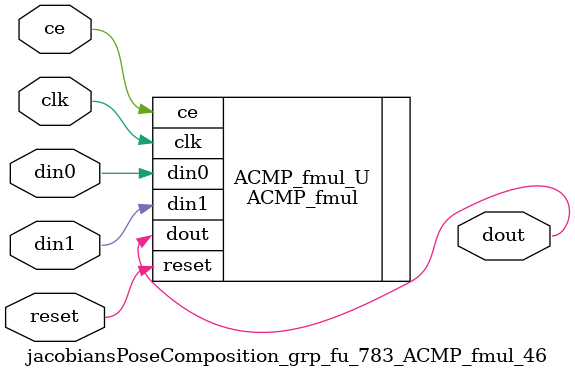
<source format=v>

`timescale 1 ns / 1 ps
module jacobiansPoseComposition_grp_fu_783_ACMP_fmul_46(
    clk,
    reset,
    ce,
    din0,
    din1,
    dout);

parameter ID = 32'd1;
parameter NUM_STAGE = 32'd1;
parameter din0_WIDTH = 32'd1;
parameter din1_WIDTH = 32'd1;
parameter dout_WIDTH = 32'd1;
input clk;
input reset;
input ce;
input[din0_WIDTH - 1:0] din0;
input[din1_WIDTH - 1:0] din1;
output[dout_WIDTH - 1:0] dout;



ACMP_fmul #(
.ID( ID ),
.NUM_STAGE( 4 ),
.din0_WIDTH( din0_WIDTH ),
.din1_WIDTH( din1_WIDTH ),
.dout_WIDTH( dout_WIDTH ))
ACMP_fmul_U(
    .clk( clk ),
    .reset( reset ),
    .ce( ce ),
    .din0( din0 ),
    .din1( din1 ),
    .dout( dout ));

endmodule

</source>
